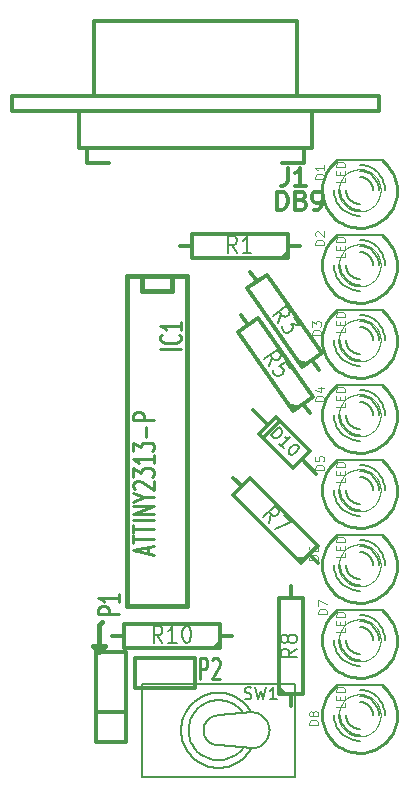
<source format=gto>
G04 (created by PCBNEW-RS274X (2011-05-25)-stable) date Wed 29 Aug 2012 05:18:07 PM CDT*
G01*
G70*
G90*
%MOIN*%
G04 Gerber Fmt 3.4, Leading zero omitted, Abs format*
%FSLAX34Y34*%
G04 APERTURE LIST*
%ADD10C,0.006000*%
%ADD11C,0.015000*%
%ADD12C,0.012000*%
%ADD13C,0.008000*%
%ADD14C,0.003000*%
%ADD15C,0.010000*%
%ADD16C,0.012500*%
%ADD17C,0.010600*%
%ADD18C,0.010700*%
%ADD19C,0.003500*%
%ADD20C,0.011300*%
G04 APERTURE END LIST*
G54D10*
G54D11*
X00100Y-16100D02*
X00500Y-16100D01*
X00300Y-16300D02*
X00100Y-16100D01*
X00500Y-16100D02*
X00300Y-16300D01*
X00300Y-15400D02*
X00400Y-15300D01*
X00300Y-15700D02*
X00300Y-15400D01*
X00300Y-16300D02*
X00300Y-15700D01*
X00400Y-16200D02*
X00300Y-16300D01*
X00300Y-16300D02*
X00400Y-16200D01*
X00100Y-16100D02*
X00300Y-16300D01*
X00300Y-16300D02*
X00100Y-16100D01*
X00300Y-15700D02*
X00300Y-16300D01*
G54D12*
X01200Y-19300D02*
X00200Y-19300D01*
X00200Y-19300D02*
X00200Y-16300D01*
X00200Y-16300D02*
X01200Y-16300D01*
X01200Y-16300D02*
X01200Y-19300D01*
X00200Y-18300D02*
X01200Y-18300D01*
X03500Y-16500D02*
X03500Y-17500D01*
X03500Y-17500D02*
X01500Y-17500D01*
X01500Y-17500D02*
X01500Y-16500D01*
X01500Y-16500D02*
X03500Y-16500D01*
G54D13*
X09750Y-17380D02*
X08250Y-17380D01*
G54D14*
X09707Y-18400D02*
X09693Y-18537D01*
X09653Y-18669D01*
X09588Y-18791D01*
X09501Y-18898D01*
X09395Y-18986D01*
X09273Y-19051D01*
X09142Y-19092D01*
X09004Y-19106D01*
X08868Y-19094D01*
X08736Y-19055D01*
X08613Y-18991D01*
X08506Y-18905D01*
X08417Y-18799D01*
X08351Y-18678D01*
X08309Y-18546D01*
X08294Y-18409D01*
X08305Y-18273D01*
X08343Y-18140D01*
X08406Y-18018D01*
X08492Y-17909D01*
X08597Y-17820D01*
X08717Y-17753D01*
X08849Y-17710D01*
X08986Y-17694D01*
X09122Y-17704D01*
X09255Y-17741D01*
X09378Y-17804D01*
X09487Y-17889D01*
X09577Y-17993D01*
X09645Y-18113D01*
X09689Y-18244D01*
X09706Y-18381D01*
X09707Y-18400D01*
G54D15*
X08250Y-17401D02*
X08166Y-17470D01*
X08088Y-17546D01*
X08017Y-17629D01*
X07953Y-17718D01*
X07898Y-17812D01*
X07851Y-17910D01*
X07812Y-18012D01*
X07783Y-18117D01*
X07763Y-18224D01*
X07752Y-18333D01*
X07751Y-18441D01*
X07760Y-18550D01*
X07777Y-18657D01*
X07804Y-18763D01*
X07841Y-18866D01*
X07886Y-18965D01*
X07939Y-19060D01*
X08001Y-19150D01*
X08070Y-19234D01*
X08146Y-19312D01*
X08229Y-19383D01*
X08318Y-19447D01*
X08412Y-19502D01*
X08510Y-19549D01*
X08612Y-19588D01*
X08717Y-19617D01*
X08824Y-19637D01*
X08933Y-19648D01*
X09041Y-19649D01*
X09150Y-19640D01*
X09257Y-19623D01*
X09363Y-19596D01*
X09466Y-19559D01*
X09565Y-19514D01*
X09660Y-19461D01*
X09750Y-19399D01*
X09834Y-19330D01*
X09912Y-19254D01*
X09983Y-19171D01*
X10047Y-19082D01*
X10102Y-18988D01*
X10149Y-18890D01*
X10188Y-18788D01*
X10217Y-18683D01*
X10237Y-18576D01*
X10248Y-18467D01*
X10249Y-18359D01*
X10240Y-18250D01*
X10223Y-18143D01*
X10196Y-18037D01*
X10159Y-17934D01*
X10114Y-17835D01*
X10061Y-17740D01*
X09999Y-17650D01*
X09930Y-17566D01*
X09854Y-17488D01*
X09771Y-17417D01*
X09750Y-17401D01*
G54D10*
X08550Y-18400D02*
X08552Y-18439D01*
X08557Y-18478D01*
X08566Y-18516D01*
X08578Y-18553D01*
X08593Y-18590D01*
X08611Y-18624D01*
X08632Y-18658D01*
X08656Y-18689D01*
X08682Y-18718D01*
X08711Y-18744D01*
X08742Y-18768D01*
X08776Y-18789D01*
X08810Y-18807D01*
X08847Y-18822D01*
X08884Y-18834D01*
X08922Y-18843D01*
X08961Y-18848D01*
X09000Y-18850D01*
X09450Y-18400D02*
X09448Y-18361D01*
X09443Y-18322D01*
X09434Y-18284D01*
X09422Y-18247D01*
X09407Y-18210D01*
X09389Y-18176D01*
X09368Y-18142D01*
X09344Y-18111D01*
X09318Y-18082D01*
X09289Y-18056D01*
X09258Y-18032D01*
X09225Y-18011D01*
X09190Y-17993D01*
X09153Y-17978D01*
X09116Y-17966D01*
X09078Y-17957D01*
X09039Y-17952D01*
X09000Y-17950D01*
X08350Y-18400D02*
X08353Y-18456D01*
X08360Y-18512D01*
X08373Y-18568D01*
X08390Y-18622D01*
X08411Y-18674D01*
X08438Y-18724D01*
X08468Y-18772D01*
X08503Y-18817D01*
X08541Y-18859D01*
X08583Y-18897D01*
X08628Y-18932D01*
X08676Y-18962D01*
X08726Y-18989D01*
X08778Y-19010D01*
X08832Y-19027D01*
X08888Y-19040D01*
X08944Y-19047D01*
X09000Y-19050D01*
X09650Y-18400D02*
X09647Y-18344D01*
X09640Y-18288D01*
X09627Y-18232D01*
X09610Y-18178D01*
X09589Y-18126D01*
X09562Y-18076D01*
X09532Y-18028D01*
X09497Y-17983D01*
X09459Y-17941D01*
X09417Y-17903D01*
X09372Y-17868D01*
X09325Y-17838D01*
X09274Y-17811D01*
X09222Y-17790D01*
X09168Y-17773D01*
X09112Y-17760D01*
X09056Y-17753D01*
X09000Y-17750D01*
X08150Y-18400D02*
X08154Y-18474D01*
X08163Y-18547D01*
X08179Y-18619D01*
X08202Y-18690D01*
X08230Y-18759D01*
X08264Y-18824D01*
X08304Y-18887D01*
X08349Y-18946D01*
X08399Y-19001D01*
X08454Y-19051D01*
X08513Y-19096D01*
X08576Y-19136D01*
X08641Y-19170D01*
X08710Y-19198D01*
X08781Y-19221D01*
X08853Y-19237D01*
X08926Y-19246D01*
X09000Y-19250D01*
X09850Y-18400D02*
X09846Y-18326D01*
X09837Y-18253D01*
X09821Y-18181D01*
X09798Y-18110D01*
X09770Y-18041D01*
X09736Y-17976D01*
X09696Y-17913D01*
X09651Y-17854D01*
X09601Y-17799D01*
X09546Y-17749D01*
X09487Y-17704D01*
X09425Y-17664D01*
X09359Y-17630D01*
X09290Y-17602D01*
X09219Y-17579D01*
X09147Y-17563D01*
X09074Y-17554D01*
X09000Y-17550D01*
G54D13*
X09750Y-14880D02*
X08250Y-14880D01*
G54D14*
X09707Y-15900D02*
X09693Y-16037D01*
X09653Y-16169D01*
X09588Y-16291D01*
X09501Y-16398D01*
X09395Y-16486D01*
X09273Y-16551D01*
X09142Y-16592D01*
X09004Y-16606D01*
X08868Y-16594D01*
X08736Y-16555D01*
X08613Y-16491D01*
X08506Y-16405D01*
X08417Y-16299D01*
X08351Y-16178D01*
X08309Y-16046D01*
X08294Y-15909D01*
X08305Y-15773D01*
X08343Y-15640D01*
X08406Y-15518D01*
X08492Y-15409D01*
X08597Y-15320D01*
X08717Y-15253D01*
X08849Y-15210D01*
X08986Y-15194D01*
X09122Y-15204D01*
X09255Y-15241D01*
X09378Y-15304D01*
X09487Y-15389D01*
X09577Y-15493D01*
X09645Y-15613D01*
X09689Y-15744D01*
X09706Y-15881D01*
X09707Y-15900D01*
G54D15*
X08250Y-14901D02*
X08166Y-14970D01*
X08088Y-15046D01*
X08017Y-15129D01*
X07953Y-15218D01*
X07898Y-15312D01*
X07851Y-15410D01*
X07812Y-15512D01*
X07783Y-15617D01*
X07763Y-15724D01*
X07752Y-15833D01*
X07751Y-15941D01*
X07760Y-16050D01*
X07777Y-16157D01*
X07804Y-16263D01*
X07841Y-16366D01*
X07886Y-16465D01*
X07939Y-16560D01*
X08001Y-16650D01*
X08070Y-16734D01*
X08146Y-16812D01*
X08229Y-16883D01*
X08318Y-16947D01*
X08412Y-17002D01*
X08510Y-17049D01*
X08612Y-17088D01*
X08717Y-17117D01*
X08824Y-17137D01*
X08933Y-17148D01*
X09041Y-17149D01*
X09150Y-17140D01*
X09257Y-17123D01*
X09363Y-17096D01*
X09466Y-17059D01*
X09565Y-17014D01*
X09660Y-16961D01*
X09750Y-16899D01*
X09834Y-16830D01*
X09912Y-16754D01*
X09983Y-16671D01*
X10047Y-16582D01*
X10102Y-16488D01*
X10149Y-16390D01*
X10188Y-16288D01*
X10217Y-16183D01*
X10237Y-16076D01*
X10248Y-15967D01*
X10249Y-15859D01*
X10240Y-15750D01*
X10223Y-15643D01*
X10196Y-15537D01*
X10159Y-15434D01*
X10114Y-15335D01*
X10061Y-15240D01*
X09999Y-15150D01*
X09930Y-15066D01*
X09854Y-14988D01*
X09771Y-14917D01*
X09750Y-14901D01*
G54D10*
X08550Y-15900D02*
X08552Y-15939D01*
X08557Y-15978D01*
X08566Y-16016D01*
X08578Y-16053D01*
X08593Y-16090D01*
X08611Y-16124D01*
X08632Y-16158D01*
X08656Y-16189D01*
X08682Y-16218D01*
X08711Y-16244D01*
X08742Y-16268D01*
X08776Y-16289D01*
X08810Y-16307D01*
X08847Y-16322D01*
X08884Y-16334D01*
X08922Y-16343D01*
X08961Y-16348D01*
X09000Y-16350D01*
X09450Y-15900D02*
X09448Y-15861D01*
X09443Y-15822D01*
X09434Y-15784D01*
X09422Y-15747D01*
X09407Y-15710D01*
X09389Y-15676D01*
X09368Y-15642D01*
X09344Y-15611D01*
X09318Y-15582D01*
X09289Y-15556D01*
X09258Y-15532D01*
X09225Y-15511D01*
X09190Y-15493D01*
X09153Y-15478D01*
X09116Y-15466D01*
X09078Y-15457D01*
X09039Y-15452D01*
X09000Y-15450D01*
X08350Y-15900D02*
X08353Y-15956D01*
X08360Y-16012D01*
X08373Y-16068D01*
X08390Y-16122D01*
X08411Y-16174D01*
X08438Y-16224D01*
X08468Y-16272D01*
X08503Y-16317D01*
X08541Y-16359D01*
X08583Y-16397D01*
X08628Y-16432D01*
X08676Y-16462D01*
X08726Y-16489D01*
X08778Y-16510D01*
X08832Y-16527D01*
X08888Y-16540D01*
X08944Y-16547D01*
X09000Y-16550D01*
X09650Y-15900D02*
X09647Y-15844D01*
X09640Y-15788D01*
X09627Y-15732D01*
X09610Y-15678D01*
X09589Y-15626D01*
X09562Y-15576D01*
X09532Y-15528D01*
X09497Y-15483D01*
X09459Y-15441D01*
X09417Y-15403D01*
X09372Y-15368D01*
X09325Y-15338D01*
X09274Y-15311D01*
X09222Y-15290D01*
X09168Y-15273D01*
X09112Y-15260D01*
X09056Y-15253D01*
X09000Y-15250D01*
X08150Y-15900D02*
X08154Y-15974D01*
X08163Y-16047D01*
X08179Y-16119D01*
X08202Y-16190D01*
X08230Y-16259D01*
X08264Y-16324D01*
X08304Y-16387D01*
X08349Y-16446D01*
X08399Y-16501D01*
X08454Y-16551D01*
X08513Y-16596D01*
X08576Y-16636D01*
X08641Y-16670D01*
X08710Y-16698D01*
X08781Y-16721D01*
X08853Y-16737D01*
X08926Y-16746D01*
X09000Y-16750D01*
X09850Y-15900D02*
X09846Y-15826D01*
X09837Y-15753D01*
X09821Y-15681D01*
X09798Y-15610D01*
X09770Y-15541D01*
X09736Y-15476D01*
X09696Y-15413D01*
X09651Y-15354D01*
X09601Y-15299D01*
X09546Y-15249D01*
X09487Y-15204D01*
X09425Y-15164D01*
X09359Y-15130D01*
X09290Y-15102D01*
X09219Y-15079D01*
X09147Y-15063D01*
X09074Y-15054D01*
X09000Y-15050D01*
G54D13*
X09750Y-12380D02*
X08250Y-12380D01*
G54D14*
X09707Y-13400D02*
X09693Y-13537D01*
X09653Y-13669D01*
X09588Y-13791D01*
X09501Y-13898D01*
X09395Y-13986D01*
X09273Y-14051D01*
X09142Y-14092D01*
X09004Y-14106D01*
X08868Y-14094D01*
X08736Y-14055D01*
X08613Y-13991D01*
X08506Y-13905D01*
X08417Y-13799D01*
X08351Y-13678D01*
X08309Y-13546D01*
X08294Y-13409D01*
X08305Y-13273D01*
X08343Y-13140D01*
X08406Y-13018D01*
X08492Y-12909D01*
X08597Y-12820D01*
X08717Y-12753D01*
X08849Y-12710D01*
X08986Y-12694D01*
X09122Y-12704D01*
X09255Y-12741D01*
X09378Y-12804D01*
X09487Y-12889D01*
X09577Y-12993D01*
X09645Y-13113D01*
X09689Y-13244D01*
X09706Y-13381D01*
X09707Y-13400D01*
G54D15*
X08250Y-12401D02*
X08166Y-12470D01*
X08088Y-12546D01*
X08017Y-12629D01*
X07953Y-12718D01*
X07898Y-12812D01*
X07851Y-12910D01*
X07812Y-13012D01*
X07783Y-13117D01*
X07763Y-13224D01*
X07752Y-13333D01*
X07751Y-13441D01*
X07760Y-13550D01*
X07777Y-13657D01*
X07804Y-13763D01*
X07841Y-13866D01*
X07886Y-13965D01*
X07939Y-14060D01*
X08001Y-14150D01*
X08070Y-14234D01*
X08146Y-14312D01*
X08229Y-14383D01*
X08318Y-14447D01*
X08412Y-14502D01*
X08510Y-14549D01*
X08612Y-14588D01*
X08717Y-14617D01*
X08824Y-14637D01*
X08933Y-14648D01*
X09041Y-14649D01*
X09150Y-14640D01*
X09257Y-14623D01*
X09363Y-14596D01*
X09466Y-14559D01*
X09565Y-14514D01*
X09660Y-14461D01*
X09750Y-14399D01*
X09834Y-14330D01*
X09912Y-14254D01*
X09983Y-14171D01*
X10047Y-14082D01*
X10102Y-13988D01*
X10149Y-13890D01*
X10188Y-13788D01*
X10217Y-13683D01*
X10237Y-13576D01*
X10248Y-13467D01*
X10249Y-13359D01*
X10240Y-13250D01*
X10223Y-13143D01*
X10196Y-13037D01*
X10159Y-12934D01*
X10114Y-12835D01*
X10061Y-12740D01*
X09999Y-12650D01*
X09930Y-12566D01*
X09854Y-12488D01*
X09771Y-12417D01*
X09750Y-12401D01*
G54D10*
X08550Y-13400D02*
X08552Y-13439D01*
X08557Y-13478D01*
X08566Y-13516D01*
X08578Y-13553D01*
X08593Y-13590D01*
X08611Y-13624D01*
X08632Y-13658D01*
X08656Y-13689D01*
X08682Y-13718D01*
X08711Y-13744D01*
X08742Y-13768D01*
X08776Y-13789D01*
X08810Y-13807D01*
X08847Y-13822D01*
X08884Y-13834D01*
X08922Y-13843D01*
X08961Y-13848D01*
X09000Y-13850D01*
X09450Y-13400D02*
X09448Y-13361D01*
X09443Y-13322D01*
X09434Y-13284D01*
X09422Y-13247D01*
X09407Y-13210D01*
X09389Y-13176D01*
X09368Y-13142D01*
X09344Y-13111D01*
X09318Y-13082D01*
X09289Y-13056D01*
X09258Y-13032D01*
X09225Y-13011D01*
X09190Y-12993D01*
X09153Y-12978D01*
X09116Y-12966D01*
X09078Y-12957D01*
X09039Y-12952D01*
X09000Y-12950D01*
X08350Y-13400D02*
X08353Y-13456D01*
X08360Y-13512D01*
X08373Y-13568D01*
X08390Y-13622D01*
X08411Y-13674D01*
X08438Y-13724D01*
X08468Y-13772D01*
X08503Y-13817D01*
X08541Y-13859D01*
X08583Y-13897D01*
X08628Y-13932D01*
X08676Y-13962D01*
X08726Y-13989D01*
X08778Y-14010D01*
X08832Y-14027D01*
X08888Y-14040D01*
X08944Y-14047D01*
X09000Y-14050D01*
X09650Y-13400D02*
X09647Y-13344D01*
X09640Y-13288D01*
X09627Y-13232D01*
X09610Y-13178D01*
X09589Y-13126D01*
X09562Y-13076D01*
X09532Y-13028D01*
X09497Y-12983D01*
X09459Y-12941D01*
X09417Y-12903D01*
X09372Y-12868D01*
X09325Y-12838D01*
X09274Y-12811D01*
X09222Y-12790D01*
X09168Y-12773D01*
X09112Y-12760D01*
X09056Y-12753D01*
X09000Y-12750D01*
X08150Y-13400D02*
X08154Y-13474D01*
X08163Y-13547D01*
X08179Y-13619D01*
X08202Y-13690D01*
X08230Y-13759D01*
X08264Y-13824D01*
X08304Y-13887D01*
X08349Y-13946D01*
X08399Y-14001D01*
X08454Y-14051D01*
X08513Y-14096D01*
X08576Y-14136D01*
X08641Y-14170D01*
X08710Y-14198D01*
X08781Y-14221D01*
X08853Y-14237D01*
X08926Y-14246D01*
X09000Y-14250D01*
X09850Y-13400D02*
X09846Y-13326D01*
X09837Y-13253D01*
X09821Y-13181D01*
X09798Y-13110D01*
X09770Y-13041D01*
X09736Y-12976D01*
X09696Y-12913D01*
X09651Y-12854D01*
X09601Y-12799D01*
X09546Y-12749D01*
X09487Y-12704D01*
X09425Y-12664D01*
X09359Y-12630D01*
X09290Y-12602D01*
X09219Y-12579D01*
X09147Y-12563D01*
X09074Y-12554D01*
X09000Y-12550D01*
G54D13*
X09750Y-09880D02*
X08250Y-09880D01*
G54D14*
X09707Y-10900D02*
X09693Y-11037D01*
X09653Y-11169D01*
X09588Y-11291D01*
X09501Y-11398D01*
X09395Y-11486D01*
X09273Y-11551D01*
X09142Y-11592D01*
X09004Y-11606D01*
X08868Y-11594D01*
X08736Y-11555D01*
X08613Y-11491D01*
X08506Y-11405D01*
X08417Y-11299D01*
X08351Y-11178D01*
X08309Y-11046D01*
X08294Y-10909D01*
X08305Y-10773D01*
X08343Y-10640D01*
X08406Y-10518D01*
X08492Y-10409D01*
X08597Y-10320D01*
X08717Y-10253D01*
X08849Y-10210D01*
X08986Y-10194D01*
X09122Y-10204D01*
X09255Y-10241D01*
X09378Y-10304D01*
X09487Y-10389D01*
X09577Y-10493D01*
X09645Y-10613D01*
X09689Y-10744D01*
X09706Y-10881D01*
X09707Y-10900D01*
G54D15*
X08250Y-09901D02*
X08166Y-09970D01*
X08088Y-10046D01*
X08017Y-10129D01*
X07953Y-10218D01*
X07898Y-10312D01*
X07851Y-10410D01*
X07812Y-10512D01*
X07783Y-10617D01*
X07763Y-10724D01*
X07752Y-10833D01*
X07751Y-10941D01*
X07760Y-11050D01*
X07777Y-11157D01*
X07804Y-11263D01*
X07841Y-11366D01*
X07886Y-11465D01*
X07939Y-11560D01*
X08001Y-11650D01*
X08070Y-11734D01*
X08146Y-11812D01*
X08229Y-11883D01*
X08318Y-11947D01*
X08412Y-12002D01*
X08510Y-12049D01*
X08612Y-12088D01*
X08717Y-12117D01*
X08824Y-12137D01*
X08933Y-12148D01*
X09041Y-12149D01*
X09150Y-12140D01*
X09257Y-12123D01*
X09363Y-12096D01*
X09466Y-12059D01*
X09565Y-12014D01*
X09660Y-11961D01*
X09750Y-11899D01*
X09834Y-11830D01*
X09912Y-11754D01*
X09983Y-11671D01*
X10047Y-11582D01*
X10102Y-11488D01*
X10149Y-11390D01*
X10188Y-11288D01*
X10217Y-11183D01*
X10237Y-11076D01*
X10248Y-10967D01*
X10249Y-10859D01*
X10240Y-10750D01*
X10223Y-10643D01*
X10196Y-10537D01*
X10159Y-10434D01*
X10114Y-10335D01*
X10061Y-10240D01*
X09999Y-10150D01*
X09930Y-10066D01*
X09854Y-09988D01*
X09771Y-09917D01*
X09750Y-09901D01*
G54D10*
X08550Y-10900D02*
X08552Y-10939D01*
X08557Y-10978D01*
X08566Y-11016D01*
X08578Y-11053D01*
X08593Y-11090D01*
X08611Y-11124D01*
X08632Y-11158D01*
X08656Y-11189D01*
X08682Y-11218D01*
X08711Y-11244D01*
X08742Y-11268D01*
X08776Y-11289D01*
X08810Y-11307D01*
X08847Y-11322D01*
X08884Y-11334D01*
X08922Y-11343D01*
X08961Y-11348D01*
X09000Y-11350D01*
X09450Y-10900D02*
X09448Y-10861D01*
X09443Y-10822D01*
X09434Y-10784D01*
X09422Y-10747D01*
X09407Y-10710D01*
X09389Y-10676D01*
X09368Y-10642D01*
X09344Y-10611D01*
X09318Y-10582D01*
X09289Y-10556D01*
X09258Y-10532D01*
X09225Y-10511D01*
X09190Y-10493D01*
X09153Y-10478D01*
X09116Y-10466D01*
X09078Y-10457D01*
X09039Y-10452D01*
X09000Y-10450D01*
X08350Y-10900D02*
X08353Y-10956D01*
X08360Y-11012D01*
X08373Y-11068D01*
X08390Y-11122D01*
X08411Y-11174D01*
X08438Y-11224D01*
X08468Y-11272D01*
X08503Y-11317D01*
X08541Y-11359D01*
X08583Y-11397D01*
X08628Y-11432D01*
X08676Y-11462D01*
X08726Y-11489D01*
X08778Y-11510D01*
X08832Y-11527D01*
X08888Y-11540D01*
X08944Y-11547D01*
X09000Y-11550D01*
X09650Y-10900D02*
X09647Y-10844D01*
X09640Y-10788D01*
X09627Y-10732D01*
X09610Y-10678D01*
X09589Y-10626D01*
X09562Y-10576D01*
X09532Y-10528D01*
X09497Y-10483D01*
X09459Y-10441D01*
X09417Y-10403D01*
X09372Y-10368D01*
X09325Y-10338D01*
X09274Y-10311D01*
X09222Y-10290D01*
X09168Y-10273D01*
X09112Y-10260D01*
X09056Y-10253D01*
X09000Y-10250D01*
X08150Y-10900D02*
X08154Y-10974D01*
X08163Y-11047D01*
X08179Y-11119D01*
X08202Y-11190D01*
X08230Y-11259D01*
X08264Y-11324D01*
X08304Y-11387D01*
X08349Y-11446D01*
X08399Y-11501D01*
X08454Y-11551D01*
X08513Y-11596D01*
X08576Y-11636D01*
X08641Y-11670D01*
X08710Y-11698D01*
X08781Y-11721D01*
X08853Y-11737D01*
X08926Y-11746D01*
X09000Y-11750D01*
X09850Y-10900D02*
X09846Y-10826D01*
X09837Y-10753D01*
X09821Y-10681D01*
X09798Y-10610D01*
X09770Y-10541D01*
X09736Y-10476D01*
X09696Y-10413D01*
X09651Y-10354D01*
X09601Y-10299D01*
X09546Y-10249D01*
X09487Y-10204D01*
X09425Y-10164D01*
X09359Y-10130D01*
X09290Y-10102D01*
X09219Y-10079D01*
X09147Y-10063D01*
X09074Y-10054D01*
X09000Y-10050D01*
G54D13*
X09750Y-07380D02*
X08250Y-07380D01*
G54D14*
X09707Y-08400D02*
X09693Y-08537D01*
X09653Y-08669D01*
X09588Y-08791D01*
X09501Y-08898D01*
X09395Y-08986D01*
X09273Y-09051D01*
X09142Y-09092D01*
X09004Y-09106D01*
X08868Y-09094D01*
X08736Y-09055D01*
X08613Y-08991D01*
X08506Y-08905D01*
X08417Y-08799D01*
X08351Y-08678D01*
X08309Y-08546D01*
X08294Y-08409D01*
X08305Y-08273D01*
X08343Y-08140D01*
X08406Y-08018D01*
X08492Y-07909D01*
X08597Y-07820D01*
X08717Y-07753D01*
X08849Y-07710D01*
X08986Y-07694D01*
X09122Y-07704D01*
X09255Y-07741D01*
X09378Y-07804D01*
X09487Y-07889D01*
X09577Y-07993D01*
X09645Y-08113D01*
X09689Y-08244D01*
X09706Y-08381D01*
X09707Y-08400D01*
G54D15*
X08250Y-07401D02*
X08166Y-07470D01*
X08088Y-07546D01*
X08017Y-07629D01*
X07953Y-07718D01*
X07898Y-07812D01*
X07851Y-07910D01*
X07812Y-08012D01*
X07783Y-08117D01*
X07763Y-08224D01*
X07752Y-08333D01*
X07751Y-08441D01*
X07760Y-08550D01*
X07777Y-08657D01*
X07804Y-08763D01*
X07841Y-08866D01*
X07886Y-08965D01*
X07939Y-09060D01*
X08001Y-09150D01*
X08070Y-09234D01*
X08146Y-09312D01*
X08229Y-09383D01*
X08318Y-09447D01*
X08412Y-09502D01*
X08510Y-09549D01*
X08612Y-09588D01*
X08717Y-09617D01*
X08824Y-09637D01*
X08933Y-09648D01*
X09041Y-09649D01*
X09150Y-09640D01*
X09257Y-09623D01*
X09363Y-09596D01*
X09466Y-09559D01*
X09565Y-09514D01*
X09660Y-09461D01*
X09750Y-09399D01*
X09834Y-09330D01*
X09912Y-09254D01*
X09983Y-09171D01*
X10047Y-09082D01*
X10102Y-08988D01*
X10149Y-08890D01*
X10188Y-08788D01*
X10217Y-08683D01*
X10237Y-08576D01*
X10248Y-08467D01*
X10249Y-08359D01*
X10240Y-08250D01*
X10223Y-08143D01*
X10196Y-08037D01*
X10159Y-07934D01*
X10114Y-07835D01*
X10061Y-07740D01*
X09999Y-07650D01*
X09930Y-07566D01*
X09854Y-07488D01*
X09771Y-07417D01*
X09750Y-07401D01*
G54D10*
X08550Y-08400D02*
X08552Y-08439D01*
X08557Y-08478D01*
X08566Y-08516D01*
X08578Y-08553D01*
X08593Y-08590D01*
X08611Y-08624D01*
X08632Y-08658D01*
X08656Y-08689D01*
X08682Y-08718D01*
X08711Y-08744D01*
X08742Y-08768D01*
X08776Y-08789D01*
X08810Y-08807D01*
X08847Y-08822D01*
X08884Y-08834D01*
X08922Y-08843D01*
X08961Y-08848D01*
X09000Y-08850D01*
X09450Y-08400D02*
X09448Y-08361D01*
X09443Y-08322D01*
X09434Y-08284D01*
X09422Y-08247D01*
X09407Y-08210D01*
X09389Y-08176D01*
X09368Y-08142D01*
X09344Y-08111D01*
X09318Y-08082D01*
X09289Y-08056D01*
X09258Y-08032D01*
X09225Y-08011D01*
X09190Y-07993D01*
X09153Y-07978D01*
X09116Y-07966D01*
X09078Y-07957D01*
X09039Y-07952D01*
X09000Y-07950D01*
X08350Y-08400D02*
X08353Y-08456D01*
X08360Y-08512D01*
X08373Y-08568D01*
X08390Y-08622D01*
X08411Y-08674D01*
X08438Y-08724D01*
X08468Y-08772D01*
X08503Y-08817D01*
X08541Y-08859D01*
X08583Y-08897D01*
X08628Y-08932D01*
X08676Y-08962D01*
X08726Y-08989D01*
X08778Y-09010D01*
X08832Y-09027D01*
X08888Y-09040D01*
X08944Y-09047D01*
X09000Y-09050D01*
X09650Y-08400D02*
X09647Y-08344D01*
X09640Y-08288D01*
X09627Y-08232D01*
X09610Y-08178D01*
X09589Y-08126D01*
X09562Y-08076D01*
X09532Y-08028D01*
X09497Y-07983D01*
X09459Y-07941D01*
X09417Y-07903D01*
X09372Y-07868D01*
X09325Y-07838D01*
X09274Y-07811D01*
X09222Y-07790D01*
X09168Y-07773D01*
X09112Y-07760D01*
X09056Y-07753D01*
X09000Y-07750D01*
X08150Y-08400D02*
X08154Y-08474D01*
X08163Y-08547D01*
X08179Y-08619D01*
X08202Y-08690D01*
X08230Y-08759D01*
X08264Y-08824D01*
X08304Y-08887D01*
X08349Y-08946D01*
X08399Y-09001D01*
X08454Y-09051D01*
X08513Y-09096D01*
X08576Y-09136D01*
X08641Y-09170D01*
X08710Y-09198D01*
X08781Y-09221D01*
X08853Y-09237D01*
X08926Y-09246D01*
X09000Y-09250D01*
X09850Y-08400D02*
X09846Y-08326D01*
X09837Y-08253D01*
X09821Y-08181D01*
X09798Y-08110D01*
X09770Y-08041D01*
X09736Y-07976D01*
X09696Y-07913D01*
X09651Y-07854D01*
X09601Y-07799D01*
X09546Y-07749D01*
X09487Y-07704D01*
X09425Y-07664D01*
X09359Y-07630D01*
X09290Y-07602D01*
X09219Y-07579D01*
X09147Y-07563D01*
X09074Y-07554D01*
X09000Y-07550D01*
G54D13*
X09750Y-04880D02*
X08250Y-04880D01*
G54D14*
X09707Y-05900D02*
X09693Y-06037D01*
X09653Y-06169D01*
X09588Y-06291D01*
X09501Y-06398D01*
X09395Y-06486D01*
X09273Y-06551D01*
X09142Y-06592D01*
X09004Y-06606D01*
X08868Y-06594D01*
X08736Y-06555D01*
X08613Y-06491D01*
X08506Y-06405D01*
X08417Y-06299D01*
X08351Y-06178D01*
X08309Y-06046D01*
X08294Y-05909D01*
X08305Y-05773D01*
X08343Y-05640D01*
X08406Y-05518D01*
X08492Y-05409D01*
X08597Y-05320D01*
X08717Y-05253D01*
X08849Y-05210D01*
X08986Y-05194D01*
X09122Y-05204D01*
X09255Y-05241D01*
X09378Y-05304D01*
X09487Y-05389D01*
X09577Y-05493D01*
X09645Y-05613D01*
X09689Y-05744D01*
X09706Y-05881D01*
X09707Y-05900D01*
G54D15*
X08250Y-04901D02*
X08166Y-04970D01*
X08088Y-05046D01*
X08017Y-05129D01*
X07953Y-05218D01*
X07898Y-05312D01*
X07851Y-05410D01*
X07812Y-05512D01*
X07783Y-05617D01*
X07763Y-05724D01*
X07752Y-05833D01*
X07751Y-05941D01*
X07760Y-06050D01*
X07777Y-06157D01*
X07804Y-06263D01*
X07841Y-06366D01*
X07886Y-06465D01*
X07939Y-06560D01*
X08001Y-06650D01*
X08070Y-06734D01*
X08146Y-06812D01*
X08229Y-06883D01*
X08318Y-06947D01*
X08412Y-07002D01*
X08510Y-07049D01*
X08612Y-07088D01*
X08717Y-07117D01*
X08824Y-07137D01*
X08933Y-07148D01*
X09041Y-07149D01*
X09150Y-07140D01*
X09257Y-07123D01*
X09363Y-07096D01*
X09466Y-07059D01*
X09565Y-07014D01*
X09660Y-06961D01*
X09750Y-06899D01*
X09834Y-06830D01*
X09912Y-06754D01*
X09983Y-06671D01*
X10047Y-06582D01*
X10102Y-06488D01*
X10149Y-06390D01*
X10188Y-06288D01*
X10217Y-06183D01*
X10237Y-06076D01*
X10248Y-05967D01*
X10249Y-05859D01*
X10240Y-05750D01*
X10223Y-05643D01*
X10196Y-05537D01*
X10159Y-05434D01*
X10114Y-05335D01*
X10061Y-05240D01*
X09999Y-05150D01*
X09930Y-05066D01*
X09854Y-04988D01*
X09771Y-04917D01*
X09750Y-04901D01*
G54D10*
X08550Y-05900D02*
X08552Y-05939D01*
X08557Y-05978D01*
X08566Y-06016D01*
X08578Y-06053D01*
X08593Y-06090D01*
X08611Y-06124D01*
X08632Y-06158D01*
X08656Y-06189D01*
X08682Y-06218D01*
X08711Y-06244D01*
X08742Y-06268D01*
X08776Y-06289D01*
X08810Y-06307D01*
X08847Y-06322D01*
X08884Y-06334D01*
X08922Y-06343D01*
X08961Y-06348D01*
X09000Y-06350D01*
X09450Y-05900D02*
X09448Y-05861D01*
X09443Y-05822D01*
X09434Y-05784D01*
X09422Y-05747D01*
X09407Y-05710D01*
X09389Y-05676D01*
X09368Y-05642D01*
X09344Y-05611D01*
X09318Y-05582D01*
X09289Y-05556D01*
X09258Y-05532D01*
X09225Y-05511D01*
X09190Y-05493D01*
X09153Y-05478D01*
X09116Y-05466D01*
X09078Y-05457D01*
X09039Y-05452D01*
X09000Y-05450D01*
X08350Y-05900D02*
X08353Y-05956D01*
X08360Y-06012D01*
X08373Y-06068D01*
X08390Y-06122D01*
X08411Y-06174D01*
X08438Y-06224D01*
X08468Y-06272D01*
X08503Y-06317D01*
X08541Y-06359D01*
X08583Y-06397D01*
X08628Y-06432D01*
X08676Y-06462D01*
X08726Y-06489D01*
X08778Y-06510D01*
X08832Y-06527D01*
X08888Y-06540D01*
X08944Y-06547D01*
X09000Y-06550D01*
X09650Y-05900D02*
X09647Y-05844D01*
X09640Y-05788D01*
X09627Y-05732D01*
X09610Y-05678D01*
X09589Y-05626D01*
X09562Y-05576D01*
X09532Y-05528D01*
X09497Y-05483D01*
X09459Y-05441D01*
X09417Y-05403D01*
X09372Y-05368D01*
X09325Y-05338D01*
X09274Y-05311D01*
X09222Y-05290D01*
X09168Y-05273D01*
X09112Y-05260D01*
X09056Y-05253D01*
X09000Y-05250D01*
X08150Y-05900D02*
X08154Y-05974D01*
X08163Y-06047D01*
X08179Y-06119D01*
X08202Y-06190D01*
X08230Y-06259D01*
X08264Y-06324D01*
X08304Y-06387D01*
X08349Y-06446D01*
X08399Y-06501D01*
X08454Y-06551D01*
X08513Y-06596D01*
X08576Y-06636D01*
X08641Y-06670D01*
X08710Y-06698D01*
X08781Y-06721D01*
X08853Y-06737D01*
X08926Y-06746D01*
X09000Y-06750D01*
X09850Y-05900D02*
X09846Y-05826D01*
X09837Y-05753D01*
X09821Y-05681D01*
X09798Y-05610D01*
X09770Y-05541D01*
X09736Y-05476D01*
X09696Y-05413D01*
X09651Y-05354D01*
X09601Y-05299D01*
X09546Y-05249D01*
X09487Y-05204D01*
X09425Y-05164D01*
X09359Y-05130D01*
X09290Y-05102D01*
X09219Y-05079D01*
X09147Y-05063D01*
X09074Y-05054D01*
X09000Y-05050D01*
G54D13*
X09750Y-02380D02*
X08250Y-02380D01*
G54D14*
X09707Y-03400D02*
X09693Y-03537D01*
X09653Y-03669D01*
X09588Y-03791D01*
X09501Y-03898D01*
X09395Y-03986D01*
X09273Y-04051D01*
X09142Y-04092D01*
X09004Y-04106D01*
X08868Y-04094D01*
X08736Y-04055D01*
X08613Y-03991D01*
X08506Y-03905D01*
X08417Y-03799D01*
X08351Y-03678D01*
X08309Y-03546D01*
X08294Y-03409D01*
X08305Y-03273D01*
X08343Y-03140D01*
X08406Y-03018D01*
X08492Y-02909D01*
X08597Y-02820D01*
X08717Y-02753D01*
X08849Y-02710D01*
X08986Y-02694D01*
X09122Y-02704D01*
X09255Y-02741D01*
X09378Y-02804D01*
X09487Y-02889D01*
X09577Y-02993D01*
X09645Y-03113D01*
X09689Y-03244D01*
X09706Y-03381D01*
X09707Y-03400D01*
G54D15*
X08250Y-02401D02*
X08166Y-02470D01*
X08088Y-02546D01*
X08017Y-02629D01*
X07953Y-02718D01*
X07898Y-02812D01*
X07851Y-02910D01*
X07812Y-03012D01*
X07783Y-03117D01*
X07763Y-03224D01*
X07752Y-03333D01*
X07751Y-03441D01*
X07760Y-03550D01*
X07777Y-03657D01*
X07804Y-03763D01*
X07841Y-03866D01*
X07886Y-03965D01*
X07939Y-04060D01*
X08001Y-04150D01*
X08070Y-04234D01*
X08146Y-04312D01*
X08229Y-04383D01*
X08318Y-04447D01*
X08412Y-04502D01*
X08510Y-04549D01*
X08612Y-04588D01*
X08717Y-04617D01*
X08824Y-04637D01*
X08933Y-04648D01*
X09041Y-04649D01*
X09150Y-04640D01*
X09257Y-04623D01*
X09363Y-04596D01*
X09466Y-04559D01*
X09565Y-04514D01*
X09660Y-04461D01*
X09750Y-04399D01*
X09834Y-04330D01*
X09912Y-04254D01*
X09983Y-04171D01*
X10047Y-04082D01*
X10102Y-03988D01*
X10149Y-03890D01*
X10188Y-03788D01*
X10217Y-03683D01*
X10237Y-03576D01*
X10248Y-03467D01*
X10249Y-03359D01*
X10240Y-03250D01*
X10223Y-03143D01*
X10196Y-03037D01*
X10159Y-02934D01*
X10114Y-02835D01*
X10061Y-02740D01*
X09999Y-02650D01*
X09930Y-02566D01*
X09854Y-02488D01*
X09771Y-02417D01*
X09750Y-02401D01*
G54D10*
X08550Y-03400D02*
X08552Y-03439D01*
X08557Y-03478D01*
X08566Y-03516D01*
X08578Y-03553D01*
X08593Y-03590D01*
X08611Y-03624D01*
X08632Y-03658D01*
X08656Y-03689D01*
X08682Y-03718D01*
X08711Y-03744D01*
X08742Y-03768D01*
X08776Y-03789D01*
X08810Y-03807D01*
X08847Y-03822D01*
X08884Y-03834D01*
X08922Y-03843D01*
X08961Y-03848D01*
X09000Y-03850D01*
X09450Y-03400D02*
X09448Y-03361D01*
X09443Y-03322D01*
X09434Y-03284D01*
X09422Y-03247D01*
X09407Y-03210D01*
X09389Y-03176D01*
X09368Y-03142D01*
X09344Y-03111D01*
X09318Y-03082D01*
X09289Y-03056D01*
X09258Y-03032D01*
X09225Y-03011D01*
X09190Y-02993D01*
X09153Y-02978D01*
X09116Y-02966D01*
X09078Y-02957D01*
X09039Y-02952D01*
X09000Y-02950D01*
X08350Y-03400D02*
X08353Y-03456D01*
X08360Y-03512D01*
X08373Y-03568D01*
X08390Y-03622D01*
X08411Y-03674D01*
X08438Y-03724D01*
X08468Y-03772D01*
X08503Y-03817D01*
X08541Y-03859D01*
X08583Y-03897D01*
X08628Y-03932D01*
X08676Y-03962D01*
X08726Y-03989D01*
X08778Y-04010D01*
X08832Y-04027D01*
X08888Y-04040D01*
X08944Y-04047D01*
X09000Y-04050D01*
X09650Y-03400D02*
X09647Y-03344D01*
X09640Y-03288D01*
X09627Y-03232D01*
X09610Y-03178D01*
X09589Y-03126D01*
X09562Y-03076D01*
X09532Y-03028D01*
X09497Y-02983D01*
X09459Y-02941D01*
X09417Y-02903D01*
X09372Y-02868D01*
X09325Y-02838D01*
X09274Y-02811D01*
X09222Y-02790D01*
X09168Y-02773D01*
X09112Y-02760D01*
X09056Y-02753D01*
X09000Y-02750D01*
X08150Y-03400D02*
X08154Y-03474D01*
X08163Y-03547D01*
X08179Y-03619D01*
X08202Y-03690D01*
X08230Y-03759D01*
X08264Y-03824D01*
X08304Y-03887D01*
X08349Y-03946D01*
X08399Y-04001D01*
X08454Y-04051D01*
X08513Y-04096D01*
X08576Y-04136D01*
X08641Y-04170D01*
X08710Y-04198D01*
X08781Y-04221D01*
X08853Y-04237D01*
X08926Y-04246D01*
X09000Y-04250D01*
X09850Y-03400D02*
X09846Y-03326D01*
X09837Y-03253D01*
X09821Y-03181D01*
X09798Y-03110D01*
X09770Y-03041D01*
X09736Y-02976D01*
X09696Y-02913D01*
X09651Y-02854D01*
X09601Y-02799D01*
X09546Y-02749D01*
X09487Y-02704D01*
X09425Y-02664D01*
X09359Y-02630D01*
X09290Y-02602D01*
X09219Y-02579D01*
X09147Y-02563D01*
X09074Y-02554D01*
X09000Y-02550D01*
G54D13*
X09750Y00120D02*
X08250Y00120D01*
G54D14*
X09707Y-00900D02*
X09693Y-01037D01*
X09653Y-01169D01*
X09588Y-01291D01*
X09501Y-01398D01*
X09395Y-01486D01*
X09273Y-01551D01*
X09142Y-01592D01*
X09004Y-01606D01*
X08868Y-01594D01*
X08736Y-01555D01*
X08613Y-01491D01*
X08506Y-01405D01*
X08417Y-01299D01*
X08351Y-01178D01*
X08309Y-01046D01*
X08294Y-00909D01*
X08305Y-00773D01*
X08343Y-00640D01*
X08406Y-00518D01*
X08492Y-00409D01*
X08597Y-00320D01*
X08717Y-00253D01*
X08849Y-00210D01*
X08986Y-00194D01*
X09122Y-00204D01*
X09255Y-00241D01*
X09378Y-00304D01*
X09487Y-00389D01*
X09577Y-00493D01*
X09645Y-00613D01*
X09689Y-00744D01*
X09706Y-00881D01*
X09707Y-00900D01*
G54D15*
X08250Y00099D02*
X08166Y00030D01*
X08088Y-00046D01*
X08017Y-00129D01*
X07953Y-00218D01*
X07898Y-00312D01*
X07851Y-00410D01*
X07812Y-00512D01*
X07783Y-00617D01*
X07763Y-00724D01*
X07752Y-00833D01*
X07751Y-00941D01*
X07760Y-01050D01*
X07777Y-01157D01*
X07804Y-01263D01*
X07841Y-01366D01*
X07886Y-01465D01*
X07939Y-01560D01*
X08001Y-01650D01*
X08070Y-01734D01*
X08146Y-01812D01*
X08229Y-01883D01*
X08318Y-01947D01*
X08412Y-02002D01*
X08510Y-02049D01*
X08612Y-02088D01*
X08717Y-02117D01*
X08824Y-02137D01*
X08933Y-02148D01*
X09041Y-02149D01*
X09150Y-02140D01*
X09257Y-02123D01*
X09363Y-02096D01*
X09466Y-02059D01*
X09565Y-02014D01*
X09660Y-01961D01*
X09750Y-01899D01*
X09834Y-01830D01*
X09912Y-01754D01*
X09983Y-01671D01*
X10047Y-01582D01*
X10102Y-01488D01*
X10149Y-01390D01*
X10188Y-01288D01*
X10217Y-01183D01*
X10237Y-01076D01*
X10248Y-00967D01*
X10249Y-00859D01*
X10240Y-00750D01*
X10223Y-00643D01*
X10196Y-00537D01*
X10159Y-00434D01*
X10114Y-00335D01*
X10061Y-00240D01*
X09999Y-00150D01*
X09930Y-00066D01*
X09854Y00012D01*
X09771Y00083D01*
X09750Y00099D01*
G54D10*
X08550Y-00900D02*
X08552Y-00939D01*
X08557Y-00978D01*
X08566Y-01016D01*
X08578Y-01053D01*
X08593Y-01090D01*
X08611Y-01124D01*
X08632Y-01158D01*
X08656Y-01189D01*
X08682Y-01218D01*
X08711Y-01244D01*
X08742Y-01268D01*
X08776Y-01289D01*
X08810Y-01307D01*
X08847Y-01322D01*
X08884Y-01334D01*
X08922Y-01343D01*
X08961Y-01348D01*
X09000Y-01350D01*
X09450Y-00900D02*
X09448Y-00861D01*
X09443Y-00822D01*
X09434Y-00784D01*
X09422Y-00747D01*
X09407Y-00710D01*
X09389Y-00676D01*
X09368Y-00642D01*
X09344Y-00611D01*
X09318Y-00582D01*
X09289Y-00556D01*
X09258Y-00532D01*
X09225Y-00511D01*
X09190Y-00493D01*
X09153Y-00478D01*
X09116Y-00466D01*
X09078Y-00457D01*
X09039Y-00452D01*
X09000Y-00450D01*
X08350Y-00900D02*
X08353Y-00956D01*
X08360Y-01012D01*
X08373Y-01068D01*
X08390Y-01122D01*
X08411Y-01174D01*
X08438Y-01224D01*
X08468Y-01272D01*
X08503Y-01317D01*
X08541Y-01359D01*
X08583Y-01397D01*
X08628Y-01432D01*
X08676Y-01462D01*
X08726Y-01489D01*
X08778Y-01510D01*
X08832Y-01527D01*
X08888Y-01540D01*
X08944Y-01547D01*
X09000Y-01550D01*
X09650Y-00900D02*
X09647Y-00844D01*
X09640Y-00788D01*
X09627Y-00732D01*
X09610Y-00678D01*
X09589Y-00626D01*
X09562Y-00576D01*
X09532Y-00528D01*
X09497Y-00483D01*
X09459Y-00441D01*
X09417Y-00403D01*
X09372Y-00368D01*
X09325Y-00338D01*
X09274Y-00311D01*
X09222Y-00290D01*
X09168Y-00273D01*
X09112Y-00260D01*
X09056Y-00253D01*
X09000Y-00250D01*
X08150Y-00900D02*
X08154Y-00974D01*
X08163Y-01047D01*
X08179Y-01119D01*
X08202Y-01190D01*
X08230Y-01259D01*
X08264Y-01324D01*
X08304Y-01387D01*
X08349Y-01446D01*
X08399Y-01501D01*
X08454Y-01551D01*
X08513Y-01596D01*
X08576Y-01636D01*
X08641Y-01670D01*
X08710Y-01698D01*
X08781Y-01721D01*
X08853Y-01737D01*
X08926Y-01746D01*
X09000Y-01750D01*
X09850Y-00900D02*
X09846Y-00826D01*
X09837Y-00753D01*
X09821Y-00681D01*
X09798Y-00610D01*
X09770Y-00541D01*
X09736Y-00476D01*
X09696Y-00413D01*
X09651Y-00354D01*
X09601Y-00299D01*
X09546Y-00249D01*
X09487Y-00204D01*
X09425Y-00164D01*
X09359Y-00130D01*
X09290Y-00102D01*
X09219Y-00079D01*
X09147Y-00063D01*
X09074Y-00054D01*
X09000Y-00050D01*
G54D16*
X05934Y-08734D02*
X05439Y-08239D01*
X07066Y-09866D02*
X07561Y-10361D01*
X05793Y-09159D02*
X06359Y-08593D01*
X06783Y-10149D02*
X07349Y-09583D01*
X07349Y-09583D02*
X06217Y-08451D01*
X06217Y-08451D02*
X05651Y-09017D01*
X05651Y-09017D02*
X06783Y-10149D01*
G54D12*
X00150Y04750D02*
X06900Y04750D01*
X07150Y00500D02*
X-00100Y00500D01*
X07400Y00500D02*
X07150Y00500D01*
X07400Y01750D02*
X-00350Y01750D01*
X09650Y01750D02*
X07400Y01750D01*
X-02600Y02250D02*
X09650Y02250D01*
X06900Y02250D02*
X06900Y04750D01*
X09650Y01750D02*
X09650Y02250D01*
X07400Y00500D02*
X07400Y01750D01*
X06400Y00000D02*
X07150Y00000D01*
X07150Y00000D02*
X07150Y00500D01*
X00150Y02250D02*
X00150Y04750D01*
X-00350Y01750D02*
X-02600Y01750D01*
X-02600Y01750D02*
X-02600Y02250D01*
X-00100Y00500D02*
X-00350Y00500D01*
X-00350Y00500D02*
X-00350Y01750D01*
X00650Y00000D02*
X-00100Y00000D01*
X-00100Y00000D02*
X-00100Y00500D01*
G54D11*
X02750Y-03750D02*
X02750Y-04250D01*
X02750Y-04250D02*
X01750Y-04250D01*
X01750Y-04250D02*
X01750Y-03750D01*
X03250Y-03750D02*
X03250Y-14750D01*
X03250Y-14750D02*
X01250Y-14750D01*
X01250Y-14750D02*
X01250Y-03750D01*
X01250Y-03750D02*
X03250Y-03750D01*
G54D12*
X07000Y-02750D02*
X06600Y-02750D01*
X06600Y-02750D02*
X06600Y-03150D01*
X06600Y-03150D02*
X03400Y-03150D01*
X03400Y-03150D02*
X03400Y-02350D01*
X03400Y-02350D02*
X06600Y-02350D01*
X06600Y-02350D02*
X06600Y-02750D01*
X06600Y-02950D02*
X06400Y-03150D01*
X03000Y-02750D02*
X03400Y-02750D01*
X07647Y-06888D02*
X07418Y-06561D01*
X07418Y-06561D02*
X07090Y-06790D01*
X07090Y-06790D02*
X05255Y-04169D01*
X05255Y-04169D02*
X05910Y-03710D01*
X05910Y-03710D02*
X07745Y-06331D01*
X07745Y-06331D02*
X07418Y-06561D01*
X07254Y-06675D02*
X06975Y-06626D01*
X05353Y-03612D02*
X05582Y-03939D01*
X07347Y-08338D02*
X07118Y-08011D01*
X07118Y-08011D02*
X06790Y-08240D01*
X06790Y-08240D02*
X04955Y-05619D01*
X04955Y-05619D02*
X05610Y-05160D01*
X05610Y-05160D02*
X07445Y-07781D01*
X07445Y-07781D02*
X07118Y-08011D01*
X06954Y-08125D02*
X06675Y-08076D01*
X05053Y-05062D02*
X05282Y-05389D01*
X07614Y-13314D02*
X07331Y-13031D01*
X07331Y-13031D02*
X07049Y-13314D01*
X07049Y-13314D02*
X04786Y-11051D01*
X04786Y-11051D02*
X05351Y-10486D01*
X05351Y-10486D02*
X07614Y-12749D01*
X07614Y-12749D02*
X07331Y-13031D01*
X07190Y-13173D02*
X06907Y-13173D01*
X04786Y-10486D02*
X05069Y-10769D01*
X06700Y-18100D02*
X06700Y-17700D01*
X06700Y-17700D02*
X06300Y-17700D01*
X06300Y-17700D02*
X06300Y-14500D01*
X06300Y-14500D02*
X07100Y-14500D01*
X07100Y-14500D02*
X07100Y-17700D01*
X07100Y-17700D02*
X06700Y-17700D01*
X06500Y-17700D02*
X06300Y-17500D01*
X06700Y-14100D02*
X06700Y-14500D01*
X04750Y-15750D02*
X04350Y-15750D01*
X04350Y-15750D02*
X04350Y-16150D01*
X04350Y-16150D02*
X01150Y-16150D01*
X01150Y-16150D02*
X01150Y-15350D01*
X01150Y-15350D02*
X04350Y-15350D01*
X04350Y-15350D02*
X04350Y-15750D01*
X04350Y-15950D02*
X04150Y-16150D01*
X00750Y-15750D02*
X01150Y-15750D01*
G54D13*
X05382Y-18276D02*
X05323Y-18184D01*
X05257Y-18097D01*
X05183Y-18017D01*
X05103Y-17943D01*
X05016Y-17877D01*
X04925Y-17818D01*
X04828Y-17768D01*
X04727Y-17726D01*
X04623Y-17693D01*
X04517Y-17669D01*
X04408Y-17655D01*
X04300Y-17650D01*
X04192Y-17655D01*
X04083Y-17669D01*
X03977Y-17693D01*
X03873Y-17726D01*
X03772Y-17768D01*
X03676Y-17818D01*
X03584Y-17877D01*
X03497Y-17943D01*
X03417Y-18017D01*
X03343Y-18097D01*
X03277Y-18184D01*
X03218Y-18276D01*
X03168Y-18372D01*
X03126Y-18473D01*
X03093Y-18577D01*
X03069Y-18683D01*
X03055Y-18792D01*
X03050Y-18900D01*
X03050Y-18900D02*
X03055Y-19008D01*
X03069Y-19117D01*
X03093Y-19223D01*
X03126Y-19327D01*
X03168Y-19428D01*
X03218Y-19525D01*
X03277Y-19616D01*
X03343Y-19703D01*
X03417Y-19783D01*
X03497Y-19857D01*
X03584Y-19923D01*
X03675Y-19982D01*
X03772Y-20032D01*
X03873Y-20074D01*
X03977Y-20107D01*
X04083Y-20131D01*
X04192Y-20145D01*
X04300Y-20150D01*
X04408Y-20145D01*
X04517Y-20131D01*
X04623Y-20107D01*
X04727Y-20074D01*
X04828Y-20032D01*
X04925Y-19982D01*
X05016Y-19923D01*
X05103Y-19857D01*
X05183Y-19783D01*
X05257Y-19703D01*
X05323Y-19616D01*
X05382Y-19525D01*
X05119Y-18327D02*
X05066Y-18258D01*
X05007Y-18193D01*
X04942Y-18134D01*
X04873Y-18081D01*
X04800Y-18034D01*
X04722Y-17994D01*
X04642Y-17961D01*
X04558Y-17935D01*
X04473Y-17916D01*
X04387Y-17904D01*
X04300Y-17900D01*
X04213Y-17904D01*
X04127Y-17916D01*
X04042Y-17935D01*
X03958Y-17961D01*
X03878Y-17994D01*
X03801Y-18034D01*
X03727Y-18081D01*
X03658Y-18134D01*
X03593Y-18193D01*
X03534Y-18258D01*
X03481Y-18327D01*
X03434Y-18401D01*
X03394Y-18478D01*
X03361Y-18558D01*
X03335Y-18642D01*
X03316Y-18727D01*
X03304Y-18813D01*
X03300Y-18900D01*
X03300Y-18900D02*
X03304Y-18987D01*
X03316Y-19073D01*
X03335Y-19158D01*
X03361Y-19242D01*
X03394Y-19322D01*
X03434Y-19400D01*
X03481Y-19473D01*
X03534Y-19542D01*
X03593Y-19607D01*
X03658Y-19666D01*
X03727Y-19719D01*
X03800Y-19766D01*
X03878Y-19806D01*
X03958Y-19839D01*
X04042Y-19865D01*
X04127Y-19884D01*
X04213Y-19896D01*
X04300Y-19900D01*
X04387Y-19896D01*
X04473Y-19884D01*
X04558Y-19865D01*
X04642Y-19839D01*
X04722Y-19806D01*
X04800Y-19766D01*
X04873Y-19719D01*
X04942Y-19666D01*
X05007Y-19607D01*
X05066Y-19542D01*
X05119Y-19473D01*
X05400Y-19500D02*
X05452Y-19497D01*
X05504Y-19490D01*
X05555Y-19479D01*
X05605Y-19463D01*
X05653Y-19443D01*
X05700Y-19419D01*
X05744Y-19391D01*
X05785Y-19359D01*
X05824Y-19324D01*
X05859Y-19285D01*
X05891Y-19244D01*
X05919Y-19199D01*
X05943Y-19153D01*
X05963Y-19105D01*
X05979Y-19055D01*
X05990Y-19004D01*
X05997Y-18952D01*
X06000Y-18900D01*
X05997Y-18848D01*
X05990Y-18796D01*
X05979Y-18745D01*
X05963Y-18695D01*
X05943Y-18647D01*
X05919Y-18601D01*
X05891Y-18556D01*
X05859Y-18515D01*
X05824Y-18476D01*
X05785Y-18441D01*
X05744Y-18409D01*
X05700Y-18381D01*
X05653Y-18357D01*
X05605Y-18337D01*
X05555Y-18321D01*
X05504Y-18310D01*
X05452Y-18303D01*
X05400Y-18300D01*
X04300Y-18400D02*
X05400Y-18300D01*
X04300Y-19400D02*
X05400Y-19500D01*
X04300Y-18400D02*
X04257Y-18402D01*
X04214Y-18408D01*
X04171Y-18418D01*
X04129Y-18431D01*
X04089Y-18447D01*
X04050Y-18467D01*
X04014Y-18491D01*
X03979Y-18517D01*
X03947Y-18547D01*
X03917Y-18579D01*
X03891Y-18614D01*
X03867Y-18650D01*
X03847Y-18689D01*
X03831Y-18729D01*
X03818Y-18771D01*
X03808Y-18814D01*
X03802Y-18857D01*
X03800Y-18900D01*
X03802Y-18943D01*
X03808Y-18986D01*
X03818Y-19029D01*
X03831Y-19071D01*
X03847Y-19111D01*
X03867Y-19149D01*
X03891Y-19186D01*
X03917Y-19221D01*
X03947Y-19253D01*
X03979Y-19283D01*
X04014Y-19309D01*
X04051Y-19333D01*
X04089Y-19353D01*
X04129Y-19369D01*
X04171Y-19382D01*
X04214Y-19392D01*
X04257Y-19398D01*
X04300Y-19400D01*
X01750Y-17350D02*
X01750Y-20450D01*
X01750Y-20450D02*
X06850Y-20450D01*
X06850Y-20450D02*
X06850Y-17350D01*
X06850Y-17350D02*
X01750Y-17350D01*
G54D17*
X00985Y-15013D02*
X00280Y-15013D01*
X00280Y-14852D01*
X00313Y-14811D01*
X00347Y-14791D01*
X00414Y-14771D01*
X00515Y-14771D01*
X00582Y-14791D01*
X00616Y-14811D01*
X00649Y-14852D01*
X00649Y-15013D01*
X00985Y-14367D02*
X00985Y-14609D01*
X00985Y-14488D02*
X00280Y-14488D01*
X00381Y-14528D01*
X00448Y-14569D01*
X00481Y-14609D01*
G54D18*
X03684Y-17175D02*
X03684Y-16494D01*
X03847Y-16494D01*
X03888Y-16527D01*
X03908Y-16559D01*
X03928Y-16624D01*
X03928Y-16721D01*
X03908Y-16786D01*
X03888Y-16818D01*
X03847Y-16851D01*
X03684Y-16851D01*
X04092Y-16559D02*
X04112Y-16527D01*
X04153Y-16494D01*
X04255Y-16494D01*
X04295Y-16527D01*
X04316Y-16559D01*
X04336Y-16624D01*
X04336Y-16689D01*
X04316Y-16786D01*
X04071Y-17175D01*
X04336Y-17175D01*
G54D19*
X07621Y-18722D02*
X07321Y-18722D01*
X07321Y-18650D01*
X07336Y-18607D01*
X07364Y-18579D01*
X07393Y-18564D01*
X07450Y-18550D01*
X07493Y-18550D01*
X07550Y-18564D01*
X07579Y-18579D01*
X07607Y-18607D01*
X07621Y-18650D01*
X07621Y-18722D01*
X07450Y-18379D02*
X07436Y-18407D01*
X07421Y-18422D01*
X07393Y-18436D01*
X07379Y-18436D01*
X07350Y-18422D01*
X07336Y-18407D01*
X07321Y-18379D01*
X07321Y-18322D01*
X07336Y-18293D01*
X07350Y-18279D01*
X07379Y-18264D01*
X07393Y-18264D01*
X07421Y-18279D01*
X07436Y-18293D01*
X07450Y-18322D01*
X07450Y-18379D01*
X07464Y-18407D01*
X07479Y-18422D01*
X07507Y-18436D01*
X07564Y-18436D01*
X07593Y-18422D01*
X07607Y-18407D01*
X07621Y-18379D01*
X07621Y-18322D01*
X07607Y-18293D01*
X07593Y-18279D01*
X07564Y-18264D01*
X07507Y-18264D01*
X07479Y-18279D01*
X07464Y-18293D01*
X07450Y-18322D01*
X08521Y-17993D02*
X08521Y-18136D01*
X08221Y-18136D01*
X08364Y-17893D02*
X08364Y-17793D01*
X08521Y-17750D02*
X08521Y-17893D01*
X08221Y-17893D01*
X08221Y-17750D01*
X08521Y-17622D02*
X08221Y-17622D01*
X08221Y-17550D01*
X08236Y-17507D01*
X08264Y-17479D01*
X08293Y-17464D01*
X08350Y-17450D01*
X08393Y-17450D01*
X08450Y-17464D01*
X08479Y-17479D01*
X08507Y-17507D01*
X08521Y-17550D01*
X08521Y-17622D01*
X07921Y-15022D02*
X07621Y-15022D01*
X07621Y-14950D01*
X07636Y-14907D01*
X07664Y-14879D01*
X07693Y-14864D01*
X07750Y-14850D01*
X07793Y-14850D01*
X07850Y-14864D01*
X07879Y-14879D01*
X07907Y-14907D01*
X07921Y-14950D01*
X07921Y-15022D01*
X07621Y-14750D02*
X07621Y-14550D01*
X07921Y-14679D01*
X08521Y-15493D02*
X08521Y-15636D01*
X08221Y-15636D01*
X08364Y-15393D02*
X08364Y-15293D01*
X08521Y-15250D02*
X08521Y-15393D01*
X08221Y-15393D01*
X08221Y-15250D01*
X08521Y-15122D02*
X08221Y-15122D01*
X08221Y-15050D01*
X08236Y-15007D01*
X08264Y-14979D01*
X08293Y-14964D01*
X08350Y-14950D01*
X08393Y-14950D01*
X08450Y-14964D01*
X08479Y-14979D01*
X08507Y-15007D01*
X08521Y-15050D01*
X08521Y-15122D01*
X07621Y-13222D02*
X07321Y-13222D01*
X07321Y-13150D01*
X07336Y-13107D01*
X07364Y-13079D01*
X07393Y-13064D01*
X07450Y-13050D01*
X07493Y-13050D01*
X07550Y-13064D01*
X07579Y-13079D01*
X07607Y-13107D01*
X07621Y-13150D01*
X07621Y-13222D01*
X07321Y-12793D02*
X07321Y-12850D01*
X07336Y-12879D01*
X07350Y-12893D01*
X07393Y-12922D01*
X07450Y-12936D01*
X07564Y-12936D01*
X07593Y-12922D01*
X07607Y-12907D01*
X07621Y-12879D01*
X07621Y-12822D01*
X07607Y-12793D01*
X07593Y-12779D01*
X07564Y-12764D01*
X07493Y-12764D01*
X07464Y-12779D01*
X07450Y-12793D01*
X07436Y-12822D01*
X07436Y-12879D01*
X07450Y-12907D01*
X07464Y-12922D01*
X07493Y-12936D01*
X08521Y-12993D02*
X08521Y-13136D01*
X08221Y-13136D01*
X08364Y-12893D02*
X08364Y-12793D01*
X08521Y-12750D02*
X08521Y-12893D01*
X08221Y-12893D01*
X08221Y-12750D01*
X08521Y-12622D02*
X08221Y-12622D01*
X08221Y-12550D01*
X08236Y-12507D01*
X08264Y-12479D01*
X08293Y-12464D01*
X08350Y-12450D01*
X08393Y-12450D01*
X08450Y-12464D01*
X08479Y-12479D01*
X08507Y-12507D01*
X08521Y-12550D01*
X08521Y-12622D01*
X07821Y-10222D02*
X07521Y-10222D01*
X07521Y-10150D01*
X07536Y-10107D01*
X07564Y-10079D01*
X07593Y-10064D01*
X07650Y-10050D01*
X07693Y-10050D01*
X07750Y-10064D01*
X07779Y-10079D01*
X07807Y-10107D01*
X07821Y-10150D01*
X07821Y-10222D01*
X07521Y-09779D02*
X07521Y-09922D01*
X07664Y-09936D01*
X07650Y-09922D01*
X07636Y-09893D01*
X07636Y-09822D01*
X07650Y-09793D01*
X07664Y-09779D01*
X07693Y-09764D01*
X07764Y-09764D01*
X07793Y-09779D01*
X07807Y-09793D01*
X07821Y-09822D01*
X07821Y-09893D01*
X07807Y-09922D01*
X07793Y-09936D01*
X08521Y-10493D02*
X08521Y-10636D01*
X08221Y-10636D01*
X08364Y-10393D02*
X08364Y-10293D01*
X08521Y-10250D02*
X08521Y-10393D01*
X08221Y-10393D01*
X08221Y-10250D01*
X08521Y-10122D02*
X08221Y-10122D01*
X08221Y-10050D01*
X08236Y-10007D01*
X08264Y-09979D01*
X08293Y-09964D01*
X08350Y-09950D01*
X08393Y-09950D01*
X08450Y-09964D01*
X08479Y-09979D01*
X08507Y-10007D01*
X08521Y-10050D01*
X08521Y-10122D01*
X07821Y-07922D02*
X07521Y-07922D01*
X07521Y-07850D01*
X07536Y-07807D01*
X07564Y-07779D01*
X07593Y-07764D01*
X07650Y-07750D01*
X07693Y-07750D01*
X07750Y-07764D01*
X07779Y-07779D01*
X07807Y-07807D01*
X07821Y-07850D01*
X07821Y-07922D01*
X07621Y-07493D02*
X07821Y-07493D01*
X07507Y-07564D02*
X07721Y-07636D01*
X07721Y-07450D01*
X08521Y-07993D02*
X08521Y-08136D01*
X08221Y-08136D01*
X08364Y-07893D02*
X08364Y-07793D01*
X08521Y-07750D02*
X08521Y-07893D01*
X08221Y-07893D01*
X08221Y-07750D01*
X08521Y-07622D02*
X08221Y-07622D01*
X08221Y-07550D01*
X08236Y-07507D01*
X08264Y-07479D01*
X08293Y-07464D01*
X08350Y-07450D01*
X08393Y-07450D01*
X08450Y-07464D01*
X08479Y-07479D01*
X08507Y-07507D01*
X08521Y-07550D01*
X08521Y-07622D01*
X07721Y-05722D02*
X07421Y-05722D01*
X07421Y-05650D01*
X07436Y-05607D01*
X07464Y-05579D01*
X07493Y-05564D01*
X07550Y-05550D01*
X07593Y-05550D01*
X07650Y-05564D01*
X07679Y-05579D01*
X07707Y-05607D01*
X07721Y-05650D01*
X07721Y-05722D01*
X07421Y-05450D02*
X07421Y-05264D01*
X07536Y-05364D01*
X07536Y-05322D01*
X07550Y-05293D01*
X07564Y-05279D01*
X07593Y-05264D01*
X07664Y-05264D01*
X07693Y-05279D01*
X07707Y-05293D01*
X07721Y-05322D01*
X07721Y-05407D01*
X07707Y-05436D01*
X07693Y-05450D01*
X08521Y-05493D02*
X08521Y-05636D01*
X08221Y-05636D01*
X08364Y-05393D02*
X08364Y-05293D01*
X08521Y-05250D02*
X08521Y-05393D01*
X08221Y-05393D01*
X08221Y-05250D01*
X08521Y-05122D02*
X08221Y-05122D01*
X08221Y-05050D01*
X08236Y-05007D01*
X08264Y-04979D01*
X08293Y-04964D01*
X08350Y-04950D01*
X08393Y-04950D01*
X08450Y-04964D01*
X08479Y-04979D01*
X08507Y-05007D01*
X08521Y-05050D01*
X08521Y-05122D01*
X07821Y-02722D02*
X07521Y-02722D01*
X07521Y-02650D01*
X07536Y-02607D01*
X07564Y-02579D01*
X07593Y-02564D01*
X07650Y-02550D01*
X07693Y-02550D01*
X07750Y-02564D01*
X07779Y-02579D01*
X07807Y-02607D01*
X07821Y-02650D01*
X07821Y-02722D01*
X07550Y-02436D02*
X07536Y-02422D01*
X07521Y-02393D01*
X07521Y-02322D01*
X07536Y-02293D01*
X07550Y-02279D01*
X07579Y-02264D01*
X07607Y-02264D01*
X07650Y-02279D01*
X07821Y-02450D01*
X07821Y-02264D01*
X08521Y-02993D02*
X08521Y-03136D01*
X08221Y-03136D01*
X08364Y-02893D02*
X08364Y-02793D01*
X08521Y-02750D02*
X08521Y-02893D01*
X08221Y-02893D01*
X08221Y-02750D01*
X08521Y-02622D02*
X08221Y-02622D01*
X08221Y-02550D01*
X08236Y-02507D01*
X08264Y-02479D01*
X08293Y-02464D01*
X08350Y-02450D01*
X08393Y-02450D01*
X08450Y-02464D01*
X08479Y-02479D01*
X08507Y-02507D01*
X08521Y-02550D01*
X08521Y-02622D01*
X07821Y-00522D02*
X07521Y-00522D01*
X07521Y-00450D01*
X07536Y-00407D01*
X07564Y-00379D01*
X07593Y-00364D01*
X07650Y-00350D01*
X07693Y-00350D01*
X07750Y-00364D01*
X07779Y-00379D01*
X07807Y-00407D01*
X07821Y-00450D01*
X07821Y-00522D01*
X07821Y-00064D02*
X07821Y-00236D01*
X07821Y-00150D02*
X07521Y-00150D01*
X07564Y-00179D01*
X07593Y-00207D01*
X07607Y-00236D01*
X08521Y-00493D02*
X08521Y-00636D01*
X08221Y-00636D01*
X08364Y-00393D02*
X08364Y-00293D01*
X08521Y-00250D02*
X08521Y-00393D01*
X08221Y-00393D01*
X08221Y-00250D01*
X08521Y-00122D02*
X08221Y-00122D01*
X08221Y-00050D01*
X08236Y-00007D01*
X08264Y00021D01*
X08293Y00036D01*
X08350Y00050D01*
X08393Y00050D01*
X08450Y00036D01*
X08479Y00021D01*
X08507Y-00007D01*
X08521Y-00050D01*
X08521Y-00122D01*
G54D13*
X06042Y-09071D02*
X06325Y-08788D01*
X06392Y-08855D01*
X06419Y-08910D01*
X06419Y-08963D01*
X06406Y-09004D01*
X06366Y-09071D01*
X06325Y-09111D01*
X06257Y-09152D01*
X06217Y-09166D01*
X06163Y-09166D01*
X06109Y-09138D01*
X06042Y-09071D01*
X06473Y-09502D02*
X06311Y-09340D01*
X06392Y-09421D02*
X06675Y-09138D01*
X06607Y-09152D01*
X06554Y-09152D01*
X06513Y-09138D01*
X06931Y-09394D02*
X06958Y-09422D01*
X06972Y-09462D01*
X06972Y-09489D01*
X06958Y-09529D01*
X06918Y-09596D01*
X06850Y-09664D01*
X06783Y-09704D01*
X06743Y-09718D01*
X06716Y-09718D01*
X06675Y-09704D01*
X06648Y-09677D01*
X06634Y-09637D01*
X06634Y-09610D01*
X06648Y-09569D01*
X06688Y-09502D01*
X06756Y-09434D01*
X06823Y-09394D01*
X06863Y-09381D01*
X06890Y-09381D01*
X06931Y-09394D01*
G54D12*
X06600Y-00143D02*
X06600Y-00571D01*
X06572Y-00657D01*
X06515Y-00714D01*
X06429Y-00743D01*
X06372Y-00743D01*
X07200Y-00743D02*
X06857Y-00743D01*
X07029Y-00743D02*
X07029Y-00143D01*
X06972Y-00229D01*
X06914Y-00286D01*
X06857Y-00314D01*
X06258Y-01543D02*
X06258Y-00943D01*
X06401Y-00943D01*
X06486Y-00971D01*
X06544Y-01029D01*
X06572Y-01086D01*
X06601Y-01200D01*
X06601Y-01286D01*
X06572Y-01400D01*
X06544Y-01457D01*
X06486Y-01514D01*
X06401Y-01543D01*
X06258Y-01543D01*
X07058Y-01229D02*
X07144Y-01257D01*
X07172Y-01286D01*
X07201Y-01343D01*
X07201Y-01429D01*
X07172Y-01486D01*
X07144Y-01514D01*
X07086Y-01543D01*
X06858Y-01543D01*
X06858Y-00943D01*
X07058Y-00943D01*
X07115Y-00971D01*
X07144Y-01000D01*
X07172Y-01057D01*
X07172Y-01114D01*
X07144Y-01171D01*
X07115Y-01200D01*
X07058Y-01229D01*
X06858Y-01229D01*
X07486Y-01543D02*
X07601Y-01543D01*
X07658Y-01514D01*
X07686Y-01486D01*
X07744Y-01400D01*
X07772Y-01286D01*
X07772Y-01057D01*
X07744Y-01000D01*
X07715Y-00971D01*
X07658Y-00943D01*
X07544Y-00943D01*
X07486Y-00971D01*
X07458Y-01000D01*
X07429Y-01057D01*
X07429Y-01200D01*
X07458Y-01257D01*
X07486Y-01286D01*
X07544Y-01314D01*
X07658Y-01314D01*
X07715Y-01286D01*
X07744Y-01257D01*
X07772Y-01200D01*
G54D20*
X03033Y-06189D02*
X02333Y-06189D01*
X02967Y-05718D02*
X03000Y-05739D01*
X03033Y-05803D01*
X03033Y-05846D01*
X03000Y-05911D01*
X02933Y-05953D01*
X02867Y-05975D01*
X02733Y-05996D01*
X02633Y-05996D01*
X02500Y-05975D01*
X02433Y-05953D01*
X02367Y-05911D01*
X02333Y-05846D01*
X02333Y-05803D01*
X02367Y-05739D01*
X02400Y-05718D01*
X03033Y-05289D02*
X03033Y-05546D01*
X03033Y-05418D02*
X02333Y-05418D01*
X02433Y-05461D01*
X02500Y-05503D01*
X02533Y-05546D01*
X01933Y-12997D02*
X01933Y-12783D01*
X02133Y-13040D02*
X01433Y-12890D01*
X02133Y-12740D01*
X01433Y-12654D02*
X01433Y-12397D01*
X02133Y-12526D02*
X01433Y-12526D01*
X01433Y-12311D02*
X01433Y-12054D01*
X02133Y-12183D02*
X01433Y-12183D01*
X02133Y-11904D02*
X01433Y-11904D01*
X02133Y-11690D02*
X01433Y-11690D01*
X02133Y-11433D01*
X01433Y-11433D01*
X01800Y-11133D02*
X02133Y-11133D01*
X01433Y-11283D02*
X01800Y-11133D01*
X01433Y-10983D01*
X01500Y-10854D02*
X01467Y-10833D01*
X01433Y-10790D01*
X01433Y-10683D01*
X01467Y-10640D01*
X01500Y-10619D01*
X01567Y-10597D01*
X01633Y-10597D01*
X01733Y-10619D01*
X02133Y-10876D01*
X02133Y-10597D01*
X01433Y-10447D02*
X01433Y-10168D01*
X01700Y-10318D01*
X01700Y-10254D01*
X01733Y-10211D01*
X01767Y-10190D01*
X01833Y-10168D01*
X02000Y-10168D01*
X02067Y-10190D01*
X02100Y-10211D01*
X02133Y-10254D01*
X02133Y-10382D01*
X02100Y-10425D01*
X02067Y-10447D01*
X02133Y-09739D02*
X02133Y-09996D01*
X02133Y-09868D02*
X01433Y-09868D01*
X01533Y-09911D01*
X01600Y-09953D01*
X01633Y-09996D01*
X01433Y-09589D02*
X01433Y-09310D01*
X01700Y-09460D01*
X01700Y-09396D01*
X01733Y-09353D01*
X01767Y-09332D01*
X01833Y-09310D01*
X02000Y-09310D01*
X02067Y-09332D01*
X02100Y-09353D01*
X02133Y-09396D01*
X02133Y-09524D01*
X02100Y-09567D01*
X02067Y-09589D01*
X01867Y-09117D02*
X01867Y-08774D01*
X02133Y-08560D02*
X01433Y-08560D01*
X01433Y-08388D01*
X01467Y-08346D01*
X01500Y-08324D01*
X01567Y-08303D01*
X01667Y-08303D01*
X01733Y-08324D01*
X01767Y-08346D01*
X01800Y-08388D01*
X01800Y-08560D01*
G54D13*
X04917Y-02973D02*
X04750Y-02711D01*
X04631Y-02973D02*
X04631Y-02423D01*
X04822Y-02423D01*
X04869Y-02449D01*
X04893Y-02475D01*
X04917Y-02527D01*
X04917Y-02606D01*
X04893Y-02658D01*
X04869Y-02685D01*
X04822Y-02711D01*
X04631Y-02711D01*
X05393Y-02973D02*
X05107Y-02973D01*
X05250Y-02973D02*
X05250Y-02423D01*
X05202Y-02501D01*
X05155Y-02554D01*
X05107Y-02580D01*
X06270Y-05310D02*
X06389Y-05023D01*
X06106Y-05076D02*
X06556Y-04760D01*
X06666Y-04917D01*
X06671Y-04970D01*
X06664Y-05005D01*
X06635Y-05054D01*
X06570Y-05099D01*
X06514Y-05110D01*
X06478Y-05105D01*
X06430Y-05082D01*
X06320Y-04925D01*
X06815Y-05130D02*
X06993Y-05384D01*
X06726Y-05367D01*
X06768Y-05426D01*
X06773Y-05480D01*
X06765Y-05515D01*
X06736Y-05564D01*
X06629Y-05640D01*
X06572Y-05650D01*
X06537Y-05645D01*
X06488Y-05622D01*
X06406Y-05505D01*
X06401Y-05450D01*
X06408Y-05415D01*
X05970Y-06760D02*
X06089Y-06473D01*
X05806Y-06526D02*
X06256Y-06210D01*
X06366Y-06367D01*
X06371Y-06420D01*
X06364Y-06455D01*
X06335Y-06504D01*
X06270Y-06549D01*
X06214Y-06560D01*
X06178Y-06555D01*
X06130Y-06532D01*
X06020Y-06375D01*
X06680Y-06815D02*
X06543Y-06620D01*
X06315Y-06750D01*
X06351Y-06755D01*
X06399Y-06779D01*
X06468Y-06876D01*
X06473Y-06930D01*
X06465Y-06965D01*
X06436Y-07014D01*
X06329Y-07090D01*
X06272Y-07100D01*
X06237Y-07095D01*
X06188Y-07072D01*
X06120Y-06975D01*
X06115Y-06920D01*
X06122Y-06885D01*
X05984Y-11999D02*
X06051Y-11696D01*
X05781Y-11797D02*
X06170Y-11408D01*
X06305Y-11543D01*
X06320Y-11595D01*
X06319Y-11630D01*
X06299Y-11684D01*
X06243Y-11739D01*
X06189Y-11759D01*
X06153Y-11761D01*
X06102Y-11747D01*
X05967Y-11612D01*
X06490Y-11727D02*
X06726Y-11964D01*
X06185Y-12201D01*
X06923Y-16183D02*
X06661Y-16350D01*
X06923Y-16469D02*
X06373Y-16469D01*
X06373Y-16278D01*
X06399Y-16231D01*
X06425Y-16207D01*
X06477Y-16183D01*
X06556Y-16183D01*
X06608Y-16207D01*
X06635Y-16231D01*
X06661Y-16278D01*
X06661Y-16469D01*
X06608Y-15898D02*
X06582Y-15945D01*
X06556Y-15969D01*
X06504Y-15993D01*
X06477Y-15993D01*
X06425Y-15969D01*
X06399Y-15945D01*
X06373Y-15898D01*
X06373Y-15802D01*
X06399Y-15755D01*
X06425Y-15731D01*
X06477Y-15707D01*
X06504Y-15707D01*
X06556Y-15731D01*
X06582Y-15755D01*
X06608Y-15802D01*
X06608Y-15898D01*
X06635Y-15945D01*
X06661Y-15969D01*
X06713Y-15993D01*
X06818Y-15993D01*
X06870Y-15969D01*
X06896Y-15945D01*
X06923Y-15898D01*
X06923Y-15802D01*
X06896Y-15755D01*
X06870Y-15731D01*
X06818Y-15707D01*
X06713Y-15707D01*
X06661Y-15731D01*
X06635Y-15755D01*
X06608Y-15802D01*
X02429Y-15973D02*
X02262Y-15711D01*
X02143Y-15973D02*
X02143Y-15423D01*
X02334Y-15423D01*
X02381Y-15449D01*
X02405Y-15475D01*
X02429Y-15527D01*
X02429Y-15606D01*
X02405Y-15658D01*
X02381Y-15685D01*
X02334Y-15711D01*
X02143Y-15711D01*
X02905Y-15973D02*
X02619Y-15973D01*
X02762Y-15973D02*
X02762Y-15423D01*
X02714Y-15501D01*
X02667Y-15554D01*
X02619Y-15580D01*
X03214Y-15423D02*
X03262Y-15423D01*
X03310Y-15449D01*
X03333Y-15475D01*
X03357Y-15527D01*
X03381Y-15632D01*
X03381Y-15763D01*
X03357Y-15868D01*
X03333Y-15920D01*
X03310Y-15946D01*
X03262Y-15973D01*
X03214Y-15973D01*
X03167Y-15946D01*
X03143Y-15920D01*
X03119Y-15868D01*
X03095Y-15763D01*
X03095Y-15632D01*
X03119Y-15527D01*
X03143Y-15475D01*
X03167Y-15449D01*
X03214Y-15423D01*
X05167Y-17843D02*
X05224Y-17862D01*
X05320Y-17862D01*
X05358Y-17843D01*
X05377Y-17824D01*
X05396Y-17786D01*
X05396Y-17748D01*
X05377Y-17710D01*
X05358Y-17690D01*
X05320Y-17671D01*
X05243Y-17652D01*
X05205Y-17633D01*
X05186Y-17614D01*
X05167Y-17576D01*
X05167Y-17538D01*
X05186Y-17500D01*
X05205Y-17481D01*
X05243Y-17462D01*
X05339Y-17462D01*
X05396Y-17481D01*
X05529Y-17462D02*
X05624Y-17862D01*
X05701Y-17576D01*
X05777Y-17862D01*
X05872Y-17462D01*
X06234Y-17862D02*
X06005Y-17862D01*
X06119Y-17862D02*
X06119Y-17462D01*
X06081Y-17519D01*
X06043Y-17557D01*
X06005Y-17576D01*
M02*

</source>
